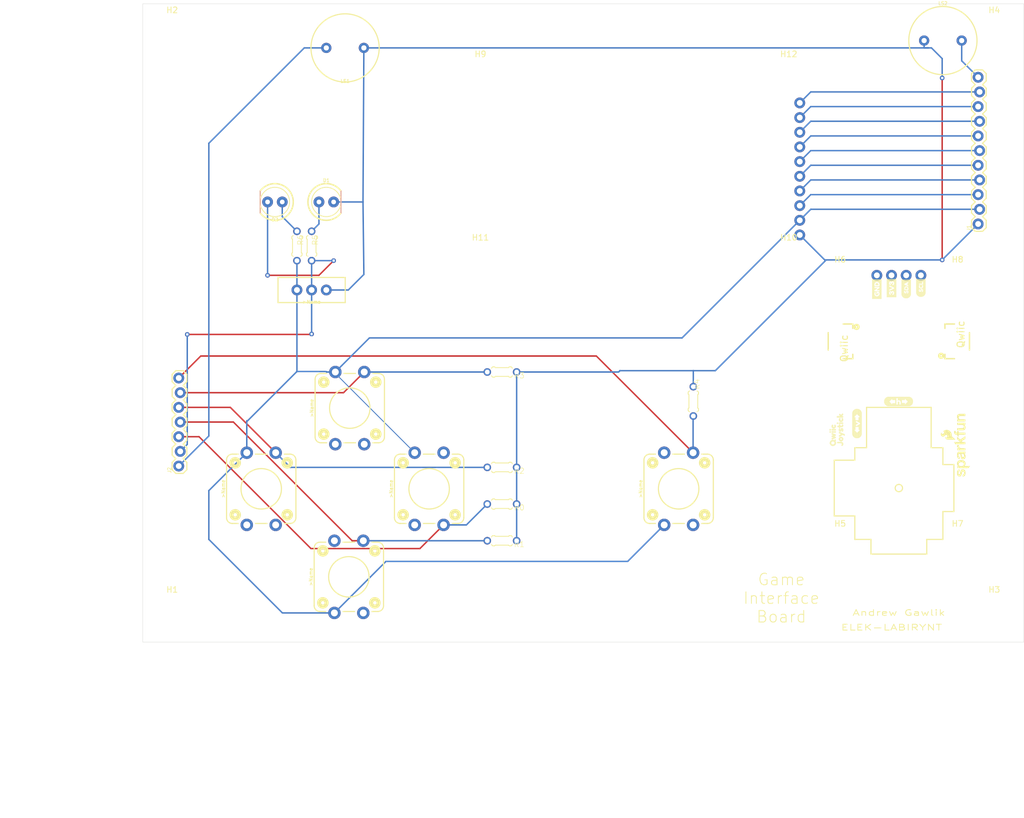
<source format=kicad_pcb>
(kicad_pcb (version 20171130) (host pcbnew 5.1.5+dfsg1-2build2)
  (title_block (title "Game Interface Board - elek-labirynt") (date 2021-04-20) (rev 1) (company "Andrew Gawlik") (comment 1 "designed by:") (comment 2 " https://creativecommons.org/licenses/by-sa/4.0/") (comment 3 "Released under the Creative Commons Attribution Share-Alike 4.0 License"))
  (layers (0 Top signal) (31 Bottom signal) (34 B.Paste user) (35 F.Paste user) (36 B.SilkS user) (37 F.SilkS user) (38 B.Mask user) (39 F.Mask user) (44 Edge.Cuts user))
  (net 0 "")
  (net 1 GND)
  (net 2 3.3V)
  (net 3 /BUTTON2)
  (net 4 /BUTTON0)
  (net 5 /BUTTON1)
  (net 6 /BUTTON3)
  (net 7 /BUTTON4)
  (net 8 "Net-(S4-Pad3)")
  (net 9 "Net-(S4-Pad2)")
  (net 10 "Net-(S0-Pad1)")
  (net 11 "Net-(S0-Pad4)")
  (net 12 "Net-(S1-Pad3)")
  (net 13 "Net-(S1-Pad2)")
  (net 14 "Net-(S2-Pad2)")
  (net 15 "Net-(S2-Pad4)")
  (net 16 "Net-(S3-Pad2)")
  (net 17 "Net-(S3-Pad4)")
  (net 18 /AWAKE)
  (net 19 "Net-(D1-PadA)")
  (net 20 "Net-(D2-PadA)")
  (net 21 /LSPK)
  (net 22 /RSPK)
  (net 23 /SDCS)
  (net 24 /LCDCS)
  (net 25 /DC)
  (net 26 /TE)
  (net 27 /CIPO)
  (net 28 /COPI)
  (net 29 /SCLK)
  (net 30 /PWM)
  (net 31 "Net-(A3-Pad4@J2)")
  (net 32 "Net-(A3-Pad3@J2)")
  (net 33 "Net-(A3-Pad2@J2)")
  (net 34 "Net-(A3-Pad1@J2)")
  (module MountingHole:MountingHole_3mm (layer Top) (at 184.15 48.26)
    (fp_text reference H12 (at 0 -4) (layer F.SilkS))
    (fp_text value MountingHole)
    (pad 1 np_thru_hole circle (at 0 0) (size 3 3) (drill 3) (layers *.Cu *.Mask))
  )
  (module MountingHole:MountingHole_3mm (layer Top) (at 130.81 80.01)
    (fp_text reference H11 (at 0 -4) (layer F.SilkS))
    (fp_text value MountingHole)
    (pad 1 np_thru_hole circle (at 0 0) (size 3 3) (drill 3) (layers *.Cu *.Mask))
  )
  (module MountingHole:MountingHole_3mm (layer Top) (at 184.15 80.01)
    (fp_text reference H10 (at 0 -4) (layer F.SilkS))
    (fp_text value MountingHole)
    (pad 1 np_thru_hole circle (at 0 0) (size 3 3) (drill 3) (layers *.Cu *.Mask))
  )
  (module MountingHole:MountingHole_3mm (layer Top) (at 130.81 48.26)
    (fp_text reference H9 (at 0 -4) (layer F.SilkS))
    (fp_text value MountingHole)
    (pad 1 np_thru_hole circle (at 0 0) (size 3 3) (drill 3) (layers *.Cu *.Mask))
  )
  (module MountingHole:MountingHole_3mm (layer Top) (at 213.36 83.82)
    (fp_text reference H8 (at 0 -4) (layer F.SilkS))
    (fp_text value MountingHole)
    (pad 1 np_thru_hole circle (at 0 0) (size 3 3) (drill 3) (layers *.Cu *.Mask))
  )
  (module MountingHole:MountingHole_3mm (layer Top) (at 213.36 129.54)
    (fp_text reference H7 (at 0 -4) (layer F.SilkS))
    (fp_text value MountingHole)
    (pad 1 np_thru_hole circle (at 0 0) (size 3 3) (drill 3) (layers *.Cu *.Mask))
  )
  (module MountingHole:MountingHole_3mm (layer Top) (at 193.04 83.82)
    (fp_text reference H6 (at 0 -4) (layer F.SilkS))
    (fp_text value MountingHole)
    (pad 1 np_thru_hole circle (at 0 0) (size 3 3) (drill 3) (layers *.Cu *.Mask))
  )
  (module MountingHole:MountingHole_3mm (layer Top) (at 193.04 129.54)
    (fp_text reference H5 (at 0 -4) (layer F.SilkS))
    (fp_text value MountingHole)
    (pad 1 np_thru_hole circle (at 0 0) (size 3 3) (drill 3) (layers *.Cu *.Mask))
  )
  (module MountingHole:MountingHole_3mm (layer Top) (at 219.71 40.64)
    (fp_text reference H4 (at 0 -4) (layer F.SilkS))
    (fp_text value MountingHole)
    (pad 1 np_thru_hole circle (at 0 0) (size 3 3) (drill 3) (layers *.Cu *.Mask))
  )
  (module MountingHole:MountingHole_3mm (layer Top) (at 219.71 140.97)
    (fp_text reference H3 (at 0 -4) (layer F.SilkS))
    (fp_text value MountingHole)
    (pad 1 np_thru_hole circle (at 0 0) (size 3 3) (drill 3) (layers *.Cu *.Mask))
  )
  (module MountingHole:MountingHole_3mm (layer Top) (at 77.47 40.64)
    (fp_text reference H2 (at 0 -4) (layer F.SilkS))
    (fp_text value MountingHole)
    (pad 1 np_thru_hole circle (at 0 0) (size 3 3) (drill 3) (layers *.Cu *.Mask))
  )
  (module MountingHole:MountingHole_3mm (layer Top) (at 77.47 140.97)
    (fp_text reference H1 (at 0 -4) (layer F.SilkS))
    (fp_text value MountingHole)
    (pad 1 np_thru_hole circle (at 0 0) (size 3 3) (drill 3) (layers *.Cu *.Mask))
  )
  (module InterfaceBoard:CREATIVE_COMMONS (layer Top) (at 57.86 38.35)
    (fp_text reference FRAME3 hide)
    (fp_text value FRAME-LETTER hide)
  )
  (module InterfaceBoard:CREATIVE_COMMONS (layer Top) (at 56.36 38.35)
    (fp_text reference FRAME2 hide)
    (fp_text value FRAME-LETTER hide)
  )
  (module InterfaceBoard:CREATIVE_COMMONS (layer Top) (at 54.86 38.35)
    (fp_text reference FRAME1 hide)
    (fp_text value FRAME-LETTER hide)
  )
  (module InterfaceBoard:0204_5 (layer Top) (at 134.5311 115.7986 180)
    (fp_text reference R2 (at -2.0066 -1.1684) (layer F.SilkS) (effects (font (size 0.94107 0.94107) (thickness 0.094107)) (justify left bottom)))
    (fp_text value 10k)
    (pad 2 thru_hole circle (at 2.54 0 180) (size 1.3208 1.3208) (drill 0.8128) (layers *.Cu *.Mask) (net 3 /BUTTON2))
    (pad 1 thru_hole circle (at -2.54 0 180) (size 1.3208 1.3208) (drill 0.8128) (layers *.Cu *.Mask) (net 1 GND))
  )
  (module InterfaceBoard:0204_5 (layer Top) (at 134.5311 122.1486 180)
    (fp_text reference R0 (at -2.0066 -1.1684) (layer F.SilkS) (effects (font (size 0.94107 0.94107) (thickness 0.094107)) (justify left bottom)))
    (fp_text value 10k)
    (pad 2 thru_hole circle (at 2.54 0 180) (size 1.3208 1.3208) (drill 0.8128) (layers *.Cu *.Mask) (net 4 /BUTTON0))
    (pad 1 thru_hole circle (at -2.54 0 180) (size 1.3208 1.3208) (drill 0.8128) (layers *.Cu *.Mask) (net 1 GND))
  )
  (module InterfaceBoard:0204_5 (layer Top) (at 134.5311 128.4986 180)
    (fp_text reference R1 (at -2.0066 -1.1684) (layer F.SilkS) (effects (font (size 0.94107 0.94107) (thickness 0.094107)) (justify left bottom)))
    (fp_text value 10k)
    (pad 2 thru_hole circle (at 2.54 0 180) (size 1.3208 1.3208) (drill 0.8128) (layers *.Cu *.Mask) (net 5 /BUTTON1))
    (pad 1 thru_hole circle (at -2.54 0 180) (size 1.3208 1.3208) (drill 0.8128) (layers *.Cu *.Mask) (net 1 GND))
  )
  (module InterfaceBoard:0204_5 (layer Top) (at 134.5311 99.2886 180)
    (fp_text reference R3 (at -2.0066 -1.1684) (layer F.SilkS) (effects (font (size 0.94107 0.94107) (thickness 0.094107)) (justify left bottom)))
    (fp_text value 10k)
    (pad 2 thru_hole circle (at 2.54 0 180) (size 1.3208 1.3208) (drill 0.8128) (layers *.Cu *.Mask) (net 6 /BUTTON3))
    (pad 1 thru_hole circle (at -2.54 0 180) (size 1.3208 1.3208) (drill 0.8128) (layers *.Cu *.Mask) (net 1 GND))
  )
  (module InterfaceBoard:0204_5 (layer Top) (at 167.64 104.3686 270)
    (fp_text reference R4 (at -2.0066 -1.1684 90) (layer F.SilkS) (effects (font (size 0.94107 0.94107) (thickness 0.094107)) (justify left bottom)))
    (fp_text value 10k)
    (pad 2 thru_hole circle (at 2.54 0 270) (size 1.3208 1.3208) (drill 0.8128) (layers *.Cu *.Mask) (net 7 /BUTTON4))
    (pad 1 thru_hole circle (at -2.54 0 270) (size 1.3208 1.3208) (drill 0.8128) (layers *.Cu *.Mask) (net 1 GND))
  )
  (module InterfaceBoard:TACTILE_SWITCH_PTH_12MM (layer Top) (at 165.1 119.5086 90)
    (fp_text reference S4 hide)
    (fp_text value MOMENTARY-SWITCH-SPST-PTH-12MM hide)
    (fp_text user >Name (at 0 -6.223 90) (layer F.SilkS) (effects (font (size 0.57912 0.57912) (thickness 0.12192)) (justify bottom)))
    (pad 3 thru_hole circle (at 6.25 -2.5 90) (size 2.159 2.159) (drill 1.2) (layers *.Cu *.Mask) (net 8 "Net-(S4-Pad3)"))
    (pad 1 thru_hole circle (at 6.25 2.5 90) (size 2.159 2.159) (drill 1.2) (layers *.Cu *.Mask) (net 7 /BUTTON4))
    (pad 2 thru_hole circle (at -6.25 2.5 90) (size 2.159 2.159) (drill 1.2) (layers *.Cu *.Mask) (net 9 "Net-(S4-Pad2)"))
    (pad 4 thru_hole circle (at -6.25 -2.5 90) (size 2.159 2.159) (drill 1.2) (layers *.Cu *.Mask) (net 2 3.3V))
  )
  (module InterfaceBoard:TACTILE_SWITCH_PTH_12MM (layer Top) (at 121.9321 119.5086 90)
    (fp_text reference S0 hide)
    (fp_text value MOMENTARY-SWITCH-SPST-PTH-12MM hide)
    (fp_text user >Name (at 0 -6.223 90) (layer F.SilkS) (effects (font (size 0.57912 0.57912) (thickness 0.12192)) (justify bottom)))
    (pad 3 thru_hole circle (at 6.25 -2.5 90) (size 2.159 2.159) (drill 1.2) (layers *.Cu *.Mask) (net 2 3.3V))
    (pad 1 thru_hole circle (at 6.25 2.5 90) (size 2.159 2.159) (drill 1.2) (layers *.Cu *.Mask) (net 10 "Net-(S0-Pad1)"))
    (pad 2 thru_hole circle (at -6.25 2.5 90) (size 2.159 2.159) (drill 1.2) (layers *.Cu *.Mask) (net 4 /BUTTON0))
    (pad 4 thru_hole circle (at -6.25 -2.5 90) (size 2.159 2.159) (drill 1.2) (layers *.Cu *.Mask) (net 11 "Net-(S0-Pad4)"))
  )
  (module InterfaceBoard:TACTILE_SWITCH_PTH_12MM (layer Top) (at 108.0421 134.7486 90)
    (fp_text reference S1 hide)
    (fp_text value MOMENTARY-SWITCH-SPST-PTH-12MM hide)
    (fp_text user >Name (at 0 -6.223 90) (layer F.SilkS) (effects (font (size 0.57912 0.57912) (thickness 0.12192)) (justify bottom)))
    (pad 3 thru_hole circle (at 6.25 -2.5 90) (size 2.159 2.159) (drill 1.2) (layers *.Cu *.Mask) (net 12 "Net-(S1-Pad3)"))
    (pad 1 thru_hole circle (at 6.25 2.5 90) (size 2.159 2.159) (drill 1.2) (layers *.Cu *.Mask) (net 5 /BUTTON1))
    (pad 2 thru_hole circle (at -6.25 2.5 90) (size 2.159 2.159) (drill 1.2) (layers *.Cu *.Mask) (net 13 "Net-(S1-Pad2)"))
    (pad 4 thru_hole circle (at -6.25 -2.5 90) (size 2.159 2.159) (drill 1.2) (layers *.Cu *.Mask) (net 2 3.3V))
  )
  (module InterfaceBoard:TACTILE_SWITCH_PTH_12MM (layer Top) (at 92.8821 119.5086 90)
    (fp_text reference S2 hide)
    (fp_text value MOMENTARY-SWITCH-SPST-PTH-12MM hide)
    (fp_text user >Name (at 0 -6.223 90) (layer F.SilkS) (effects (font (size 0.57912 0.57912) (thickness 0.12192)) (justify bottom)))
    (pad 3 thru_hole circle (at 6.25 -2.5 90) (size 2.159 2.159) (drill 1.2) (layers *.Cu *.Mask) (net 2 3.3V))
    (pad 1 thru_hole circle (at 6.25 2.5 90) (size 2.159 2.159) (drill 1.2) (layers *.Cu *.Mask) (net 3 /BUTTON2))
    (pad 2 thru_hole circle (at -6.25 2.5 90) (size 2.159 2.159) (drill 1.2) (layers *.Cu *.Mask) (net 14 "Net-(S2-Pad2)"))
    (pad 4 thru_hole circle (at -6.25 -2.5 90) (size 2.159 2.159) (drill 1.2) (layers *.Cu *.Mask) (net 15 "Net-(S2-Pad4)"))
  )
  (module InterfaceBoard:TACTILE_SWITCH_PTH_12MM (layer Top) (at 108.2021 105.5386 90)
    (fp_text reference S3 hide)
    (fp_text value MOMENTARY-SWITCH-SPST-PTH-12MM hide)
    (fp_text user >Name (at 0 -6.223 90) (layer F.SilkS) (effects (font (size 0.57912 0.57912) (thickness 0.12192)) (justify bottom)))
    (pad 3 thru_hole circle (at 6.25 -2.5 90) (size 2.159 2.159) (drill 1.2) (layers *.Cu *.Mask) (net 2 3.3V))
    (pad 1 thru_hole circle (at 6.25 2.5 90) (size 2.159 2.159) (drill 1.2) (layers *.Cu *.Mask) (net 6 /BUTTON3))
    (pad 2 thru_hole circle (at -6.25 2.5 90) (size 2.159 2.159) (drill 1.2) (layers *.Cu *.Mask) (net 16 "Net-(S3-Pad2)"))
    (pad 4 thru_hole circle (at -6.25 -2.5 90) (size 2.159 2.159) (drill 1.2) (layers *.Cu *.Mask) (net 17 "Net-(S3-Pad4)"))
  )
  (module InterfaceBoard:CREATIVE_COMMONS (layer Top) (at 202.517347 175.4886)
    (fp_text reference FRAME1 hide)
    (fp_text value FRAME-LETTER hide)
  )
  (module InterfaceBoard:SWITCH_SPDT_PTH_11.6X4.0MM (layer Top) (at 101.6 85.09 90)
    (fp_text reference S5 hide)
    (fp_text value STANDBY hide)
    (fp_text user >Name (at -2.413 0) (layer F.SilkS) (effects (font (size 0.57912 0.57912) (thickness 0.12192)) (justify bottom)))
    (pad 3 thru_hole circle (at 0 2.54 90) (size 1.8796 1.8796) (drill 1.016) (layers *.Cu *.Mask) (net 1 GND))
    (pad 2 thru_hole circle (at 0 0 90) (size 1.8796 1.8796) (drill 1.016) (layers *.Cu *.Mask) (net 18 /AWAKE))
    (pad 1 thru_hole circle (at 0 -2.54 90) (size 1.8796 1.8796) (drill 1.016) (layers *.Cu *.Mask) (net 2 3.3V))
  )
  (module InterfaceBoard:LED_5MM-KIT (layer Top) (at 104.14 69.85)
    (fp_text reference D1 (at 0 -3.3909) (layer F.SilkS) (effects (font (size 0.57912 0.57912) (thickness 0.115824)) (justify bottom)))
    (fp_text value Green)
    (pad K thru_hole circle (at 1.27 0) (size 1.8796 1.8796) (drill 0.8128) (layers *.Cu *.Mask) (net 1 GND))
    (pad A thru_hole circle (at -1.27 0) (size 1.8796 1.8796) (drill 0.8128) (layers *.Cu *.Mask) (net 19 "Net-(D1-PadA)"))
  )
  (module InterfaceBoard:LED_5MM-KIT (layer Top) (at 95.25 69.85 180)
    (fp_text reference D2 (at 0 -3.3909) (layer F.SilkS) (effects (font (size 0.57912 0.57912) (thickness 0.115824)) (justify bottom)))
    (fp_text value Red)
    (pad K thru_hole circle (at 1.27 0 180) (size 1.8796 1.8796) (drill 0.8128) (layers *.Cu *.Mask) (net 18 /AWAKE))
    (pad A thru_hole circle (at -1.27 0 180) (size 1.8796 1.8796) (drill 0.8128) (layers *.Cu *.Mask) (net 20 "Net-(D2-PadA)"))
  )
  (module InterfaceBoard:0204_5 (layer Top) (at 101.6 77.47 270)
    (fp_text reference R5 (at -2.0066 -1.1684 90) (layer F.SilkS) (effects (font (size 0.94107 0.94107) (thickness 0.094107)) (justify right bottom)))
    (fp_text value 470)
    (pad 2 thru_hole circle (at 2.54 0 270) (size 1.3208 1.3208) (drill 0.8128) (layers *.Cu *.Mask) (net 18 /AWAKE))
    (pad 1 thru_hole circle (at -2.54 0 270) (size 1.3208 1.3208) (drill 0.8128) (layers *.Cu *.Mask) (net 19 "Net-(D1-PadA)"))
  )
  (module InterfaceBoard:0204_5 (layer Top) (at 99.06 77.47 270)
    (fp_text reference R6 (at -2.0066 -1.1684 90) (layer F.SilkS) (effects (font (size 0.94107 0.94107) (thickness 0.094107)) (justify right bottom)))
    (fp_text value 470)
    (pad 2 thru_hole circle (at 2.54 0 270) (size 1.3208 1.3208) (drill 0.8128) (layers *.Cu *.Mask) (net 2 3.3V))
    (pad 1 thru_hole circle (at -2.54 0 270) (size 1.3208 1.3208) (drill 0.8128) (layers *.Cu *.Mask) (net 20 "Net-(D2-PadA)"))
  )
  (module InterfaceBoard:BUZZER-12MM (layer Top) (at 107.39 43.18 180)
    (fp_text reference LS1 (at 0 -6.096) (layer F.SilkS) (effects (font (size 0.57912 0.57912) (thickness 0.115824)) (justify bottom)))
    (fp_text value BUZZER-PTH)
    (pad + thru_hole circle (at 3.25 0 180) (size 1.778 1.778) (drill 0.9) (layers *.Cu *.Mask) (net 21 /LSPK))
    (pad - thru_hole circle (at -3.25 0 180) (size 1.778 1.778) (drill 0.9) (layers *.Cu *.Mask) (net 1 GND))
  )
  (module InterfaceBoard:BUZZER-12MM (layer Top) (at 210.82 41.91)
    (fp_text reference LS2 (at 0 -6.096) (layer F.SilkS) (effects (font (size 0.57912 0.57912) (thickness 0.115824)) (justify bottom)))
    (fp_text value BUZZER-PTH)
    (pad + thru_hole circle (at 3.25 0) (size 1.778 1.778) (drill 0.9) (layers *.Cu *.Mask) (net 22 /RSPK))
    (pad - thru_hole circle (at -3.25 0) (size 1.778 1.778) (drill 0.9) (layers *.Cu *.Mask) (net 1 GND))
  )
  (module InterfaceBoard:LCD-15143 (layer Top) (at 187.325 83.185 90)
    (fp_text reference A2 hide)
    (fp_text value TFT hide)
    (pad "" np_thru_hole circle (at 35.345 -7.19 90) (size 1.27 1.27) (drill 1.27) (layers *.Cu *.Mask))
    (pad "" np_thru_hole circle (at 2.945 -7.19 90) (size 1.27 1.27) (drill 1.27) (layers *.Cu *.Mask))
    (pad "" np_thru_hole circle (at 2.945 -52.49 90) (size 1.27 1.27) (drill 1.27) (layers *.Cu *.Mask))
    (pad 10@J2 thru_hole circle (at 30.48 -1.27 180) (size 1.8796 1.8796) (drill 1.016) (layers *.Cu *.Mask) (net 23 /SDCS))
    (pad 9@J2 thru_hole circle (at 27.94 -1.27 180) (size 1.8796 1.8796) (drill 1.016) (layers *.Cu *.Mask) (net 24 /LCDCS))
    (pad 8@J2 thru_hole circle (at 25.4 -1.27 180) (size 1.8796 1.8796) (drill 1.016) (layers *.Cu *.Mask) (net 25 /DC))
    (pad 7@J2 thru_hole circle (at 22.86 -1.27 180) (size 1.8796 1.8796) (drill 1.016) (layers *.Cu *.Mask) (net 26 /TE))
    (pad 6@J2 thru_hole circle (at 20.32 -1.27 180) (size 1.8796 1.8796) (drill 1.016) (layers *.Cu *.Mask) (net 27 /CIPO))
    (pad 5@J2 thru_hole circle (at 17.78 -1.27 180) (size 1.8796 1.8796) (drill 1.016) (layers *.Cu *.Mask) (net 28 /COPI))
    (pad 4@J2 thru_hole circle (at 15.24 -1.27 180) (size 1.8796 1.8796) (drill 1.016) (layers *.Cu *.Mask) (net 29 /SCLK))
    (pad 3@J2 thru_hole circle (at 12.7 -1.27 180) (size 1.8796 1.8796) (drill 1.016) (layers *.Cu *.Mask) (net 30 /PWM))
    (pad 2@J2 thru_hole circle (at 10.16 -1.27 180) (size 1.8796 1.8796) (drill 1.016) (layers *.Cu *.Mask) (net 2 3.3V))
    (pad 1@J2 thru_hole circle (at 7.62 -1.27 180) (size 1.8796 1.8796) (drill 1.016) (layers *.Cu *.Mask) (net 1 GND))
    (pad "" np_thru_hole circle (at 34.925 -56.515 90) (size 3.302 3.302) (drill 3.302) (layers *.Cu *.Mask))
    (pad "" np_thru_hole circle (at 34.925 -3.175 90) (size 3.302 3.302) (drill 3.302) (layers *.Cu *.Mask))
    (pad "" np_thru_hole circle (at 3.175 -56.515 90) (size 3.302 3.302) (drill 3.302) (layers *.Cu *.Mask))
    (pad "" np_thru_hole circle (at 3.175 -3.175 90) (size 3.302 3.302) (drill 3.302) (layers *.Cu *.Mask))
  )
  (module InterfaceBoard:COM-15168 (layer Top) (at 190.5 132.08)
    (fp_text reference A3 hide)
    (fp_text value COM-15168 hide)
    (fp_text user Qwiic (at 2.54 -39.37 90) (layer F.SilkS) (effects (font (size 1.2065 1.2065) (thickness 0.1905)) (justify right top)))
    (fp_text user Qwiic (at 24.13 -36.83 90) (layer F.SilkS) (effects (font (size 1.2065 1.2065) (thickness 0.1905)) (justify left bottom)))
    (pad 4@J2 thru_hole circle (at 8.89 -49.53 270) (size 1.8796 1.8796) (drill 1.016) (layers *.Cu *.Mask) (net 31 "Net-(A3-Pad4@J2)"))
    (pad 3@J2 thru_hole circle (at 11.43 -49.53 270) (size 1.8796 1.8796) (drill 1.016) (layers *.Cu *.Mask) (net 32 "Net-(A3-Pad3@J2)"))
    (pad 2@J2 thru_hole circle (at 13.97 -49.53 270) (size 1.8796 1.8796) (drill 1.016) (layers *.Cu *.Mask) (net 33 "Net-(A3-Pad2@J2)"))
    (pad 1@J2 thru_hole circle (at 16.51 -49.53 270) (size 1.8796 1.8796) (drill 1.016) (layers *.Cu *.Mask) (net 34 "Net-(A3-Pad1@J2)"))
    (pad "" np_thru_hole circle (at 22.86 -2.54) (size 3.302 3.302) (drill 3.302) (layers *.Cu *.Mask))
    (pad "" np_thru_hole circle (at 2.54 -2.54) (size 3.302 3.302) (drill 3.302) (layers *.Cu *.Mask))
    (pad "" np_thru_hole circle (at 2.54 -48.26) (size 3.302 3.302) (drill 3.302) (layers *.Cu *.Mask))
    (pad "" np_thru_hole circle (at 22.86 -48.26) (size 3.302 3.302) (drill 3.302) (layers *.Cu *.Mask))
  )
  (module InterfaceBoard:1X11_LOCK (layer Top) (at 217.043 73.66 90)
    (fp_text reference J1 (at -1.27 -1.397 90) (layer F.SilkS) (effects (font (size 0.57912 0.57912) (thickness 0.115824)) (justify left bottom)))
    (fp_text value CONN_11LOCK)
    (pad 11 thru_hole circle (at 25.4 -0.127 180) (size 1.8796 1.8796) (drill 1.016) (layers *.Cu *.Mask) (net 22 /RSPK))
    (pad 10 thru_hole circle (at 22.86 0.127 180) (size 1.8796 1.8796) (drill 1.016) (layers *.Cu *.Mask) (net 23 /SDCS))
    (pad 9 thru_hole circle (at 20.32 -0.127 180) (size 1.8796 1.8796) (drill 1.016) (layers *.Cu *.Mask) (net 24 /LCDCS))
    (pad 8 thru_hole circle (at 17.78 0.127 180) (size 1.8796 1.8796) (drill 1.016) (layers *.Cu *.Mask) (net 25 /DC))
    (pad 7 thru_hole circle (at 15.24 -0.127 180) (size 1.8796 1.8796) (drill 1.016) (layers *.Cu *.Mask) (net 26 /TE))
    (pad 6 thru_hole circle (at 12.7 0.127 180) (size 1.8796 1.8796) (drill 1.016) (layers *.Cu *.Mask) (net 27 /CIPO))
    (pad 5 thru_hole circle (at 10.16 -0.127 180) (size 1.8796 1.8796) (drill 1.016) (layers *.Cu *.Mask) (net 28 /COPI))
    (pad 4 thru_hole circle (at 7.62 0.127 180) (size 1.8796 1.8796) (drill 1.016) (layers *.Cu *.Mask) (net 29 /SCLK))
    (pad 3 thru_hole circle (at 5.08 -0.127 180) (size 1.8796 1.8796) (drill 1.016) (layers *.Cu *.Mask) (net 30 /PWM))
    (pad 2 thru_hole circle (at 2.54 0.127 180) (size 1.8796 1.8796) (drill 1.016) (layers *.Cu *.Mask) (net 2 3.3V))
    (pad 1 thru_hole circle (at 0 -0.127 180) (size 1.8796 1.8796) (drill 1.016) (layers *.Cu *.Mask) (net 1 GND))
  )
  (module InterfaceBoard:1X07_LOCK (layer Top) (at 78.74 115.57 90)
    (fp_text reference J2 (at -1.27 -1.397 90) (layer F.SilkS) (effects (font (size 0.57912 0.57912) (thickness 0.115824)) (justify left bottom)))
    (fp_text value CONN_07LOCK)
    (pad 7 thru_hole circle (at 15.24 -0.127 180) (size 1.8796 1.8796) (drill 1.016) (layers *.Cu *.Mask) (net 7 /BUTTON4))
    (pad 6 thru_hole circle (at 12.7 0.127 180) (size 1.8796 1.8796) (drill 1.016) (layers *.Cu *.Mask) (net 6 /BUTTON3))
    (pad 5 thru_hole circle (at 10.16 -0.127 180) (size 1.8796 1.8796) (drill 1.016) (layers *.Cu *.Mask) (net 3 /BUTTON2))
    (pad 4 thru_hole circle (at 7.62 0.127 180) (size 1.8796 1.8796) (drill 1.016) (layers *.Cu *.Mask) (net 5 /BUTTON1))
    (pad 3 thru_hole circle (at 5.08 -0.127 180) (size 1.8796 1.8796) (drill 1.016) (layers *.Cu *.Mask) (net 4 /BUTTON0))
    (pad 2 thru_hole circle (at 2.54 0.127 180) (size 1.8796 1.8796) (drill 1.016) (layers *.Cu *.Mask) (net 18 /AWAKE))
    (pad 1 thru_hole circle (at 0 -0.127 180) (size 1.8796 1.8796) (drill 1.016) (layers *.Cu *.Mask) (net 21 /LSPK))
  )
  (gr_text ELEK-LABIRYNT (at 201.93 143.51) (layer F.SilkS) (effects (font (size 1 1.5))))
  (gr_text "Andrew Gawlik" (at 203.2 140.97) (layer F.SilkS) (effects (font (size 1 1.5))))
  (gr_text "Game\nInterface\nBoard" (at 182.88 138.43) (layer F.SilkS) (effects (font (size 2 2))))
  (gr_line (start 224.79 35.56) (end 72.39 35.56) (layer Edge.Cuts) (width 0.05))
  (gr_line (start 224.79 146.05) (end 224.79 35.56) (layer Edge.Cuts) (width 0.05))
  (gr_line (start 72.39 146.05) (end 224.79 146.05) (layer Edge.Cuts) (width 0.05))
  (gr_line (start 72.39 35.56) (end 72.39 146.05) (layer Edge.Cuts) (width 0.05))
  (segment (start 104.14 85.09) (end 107.95 85.09) (width 0.25) (layer Bottom) (net 1))
  (segment (start 107.95 85.09) (end 110.64 82.4) (width 0.25) (layer Bottom) (net 1))
  (segment (start 137.0711 99.2886) (end 154.7114 99.2886) (width 0.25) (layer Bottom) (net 1))
  (segment (start 154.7114 99.2886) (end 154.94 99.06) (width 0.25) (layer Bottom) (net 1))
  (segment (start 154.8511 99.1489) (end 154.94 99.06) (width 0.25) (layer Bottom) (net 1))
  (segment (start 137.0711 99.2886) (end 137.0711 115.7986) (width 0.25) (layer Bottom) (net 1))
  (segment (start 137.0711 115.7986) (end 137.0711 122.1486) (width 0.25) (layer Bottom) (net 1))
  (segment (start 137.0711 122.1486) (end 137.0711 128.4986) (width 0.25) (layer Bottom) (net 1))
  (segment (start 216.916 73.66) (end 210.693 79.883) (width 0.25) (layer Bottom) (net 1))
  (segment (start 210.693 79.883) (end 210.566 80.01) (width 0.25) (layer Bottom) (net 1))
  (via (at 210.693 79.883) (size 0.8) (drill 0.4) (layers Top Bottom) (net 1))
  (segment (start 210.693 79.883) (end 210.693 48.387) (width 0.25) (layer Top) (net 1))
  (segment (start 210.693 48.387) (end 210.693 48.387) (width 0.25) (layer Top) (net 1))
  (via (at 210.693 48.387) (size 0.8) (drill 0.4) (layers Top Bottom) (net 1))
  (segment (start 210.693 45.033) (end 208.84 43.18) (width 0.25) (layer Bottom) (net 1))
  (segment (start 210.693 48.387) (end 210.693 45.033) (width 0.25) (layer Bottom) (net 1))
  (segment (start 105.41 69.85) (end 110.49 69.85) (width 0.25) (layer Bottom) (net 1))
  (segment (start 110.49 69.85) (end 110.64 43.18) (width 0.25) (layer Bottom) (net 1))
  (segment (start 110.64 82.4) (end 110.49 69.85) (width 0.25) (layer Bottom) (net 1))
  (segment (start 154.94 99.06) (end 167.64 99.06) (width 0.25) (layer Bottom) (net 1))
  (segment (start 167.64 101.8286) (end 167.64 99.06) (width 0.25) (layer Bottom) (net 1))
  (segment (start 207.582765 43.18) (end 208.28 43.18) (width 0.25) (layer Bottom) (net 1))
  (segment (start 207.57 43.167235) (end 207.582765 43.18) (width 0.25) (layer Bottom) (net 1))
  (segment (start 207.57 41.91) (end 207.57 43.167235) (width 0.25) (layer Bottom) (net 1))
  (segment (start 208.28 43.18) (end 208.84 43.18) (width 0.25) (layer Bottom) (net 1))
  (segment (start 110.64 43.18) (end 208.28 43.18) (width 0.25) (layer Bottom) (net 1))
  (segment (start 190.373 79.883) (end 210.693 79.883) (width 0.25) (layer Bottom) (net 1))
  (segment (start 186.055 75.565) (end 190.373 79.883) (width 0.25) (layer Bottom) (net 1))
  (segment (start 167.64 99.06) (end 171.45 99.06) (width 0.25) (layer Bottom) (net 1))
  (segment (start 171.45 99.06) (end 190.5 80.01) (width 0.25) (layer Bottom) (net 1))
  (segment (start 190.5 80.01) (end 190.373 79.883) (width 0.25) (layer Bottom) (net 1))
  (segment (start 105.7021 99.2886) (end 105.4621 99.2886) (width 0.1524) (layer Bottom) (net 2))
  (segment (start 90.3821 113.2586) (end 90.0811 112.9576) (width 0.1524) (layer Bottom) (net 2))
  (segment (start 119.4321 113.2586) (end 105.4621 99.2886) (width 0.1524) (layer Bottom) (net 2))
  (segment (start 99.06 85.09) (end 99.06 80.01) (width 0.25) (layer Bottom) (net 2))
  (segment (start 99.06 99.1997) (end 99.06 85.09) (width 0.25) (layer Bottom) (net 2))
  (segment (start 98.9711 99.2886) (end 99.06 99.1997) (width 0.25) (layer Bottom) (net 2))
  (segment (start 105.5421 140.9986) (end 96.5486 140.9986) (width 0.25) (layer Bottom) (net 2))
  (segment (start 96.5486 140.9986) (end 83.82 128.27) (width 0.25) (layer Bottom) (net 2))
  (segment (start 83.82 119.8207) (end 90.3821 113.2586) (width 0.25) (layer Bottom) (net 2))
  (segment (start 83.82 128.27) (end 83.82 119.8207) (width 0.25) (layer Bottom) (net 2))
  (segment (start 90.3821 113.2586) (end 90.3821 107.7379) (width 0.25) (layer Bottom) (net 2))
  (segment (start 90.5218 107.7379) (end 99.06 99.1997) (width 0.25) (layer Bottom) (net 2))
  (segment (start 90.3821 107.7379) (end 90.5218 107.7379) (width 0.25) (layer Bottom) (net 2))
  (segment (start 104.086557 99.1997) (end 99.06 99.1997) (width 0.25) (layer Bottom) (net 2))
  (segment (start 104.175457 99.2886) (end 104.086557 99.1997) (width 0.25) (layer Bottom) (net 2))
  (segment (start 105.7021 99.2886) (end 104.175457 99.2886) (width 0.25) (layer Bottom) (net 2))
  (segment (start 156.2786 132.08) (end 162.6 125.7586) (width 0.25) (layer Bottom) (net 2))
  (segment (start 114.4607 132.08) (end 156.2786 132.08) (width 0.25) (layer Bottom) (net 2))
  (segment (start 105.5421 140.9986) (end 114.4607 132.08) (width 0.25) (layer Bottom) (net 2))
  (segment (start 187.96 71.12) (end 217.17 71.12) (width 0.25) (layer Bottom) (net 2))
  (segment (start 186.055 73.025) (end 187.96 71.12) (width 0.25) (layer Bottom) (net 2))
  (segment (start 106.781599 98.209101) (end 105.7021 99.2886) (width 0.25) (layer Bottom) (net 2))
  (segment (start 111.603299 93.387401) (end 106.781599 98.209101) (width 0.25) (layer Bottom) (net 2))
  (segment (start 165.692599 93.387401) (end 111.603299 93.387401) (width 0.25) (layer Bottom) (net 2))
  (segment (start 186.055 73.025) (end 165.692599 93.387401) (width 0.25) (layer Bottom) (net 2))
  (segment (start 87.5335 105.41) (end 78.613 105.41) (width 0.25) (layer Top) (net 3))
  (segment (start 95.3821 113.2586) (end 87.5335 105.41) (width 0.25) (layer Top) (net 3))
  (segment (start 131.057154 115.7986) (end 131.9911 115.7986) (width 0.25) (layer Bottom) (net 3))
  (segment (start 97.9221 115.7986) (end 131.057154 115.7986) (width 0.25) (layer Bottom) (net 3))
  (segment (start 95.3821 113.2586) (end 97.9221 115.7986) (width 0.25) (layer Bottom) (net 3))
  (segment (start 79.942077 110.49) (end 78.613 110.49) (width 0.25) (layer Top) (net 4))
  (segment (start 82.121714 110.49) (end 79.942077 110.49) (width 0.25) (layer Top) (net 4))
  (segment (start 101.487215 129.855501) (end 82.121714 110.49) (width 0.25) (layer Top) (net 4))
  (segment (start 120.335199 129.855501) (end 101.487215 129.855501) (width 0.25) (layer Top) (net 4))
  (segment (start 124.4321 125.7586) (end 120.335199 129.855501) (width 0.25) (layer Top) (net 4))
  (segment (start 128.3811 125.7586) (end 131.9911 122.1486) (width 0.25) (layer Bottom) (net 4))
  (segment (start 124.4321 125.7586) (end 128.3811 125.7586) (width 0.25) (layer Bottom) (net 4))
  (segment (start 88.065286 107.95) (end 80.196077 107.95) (width 0.25) (layer Top) (net 5))
  (segment (start 80.196077 107.95) (end 78.867 107.95) (width 0.25) (layer Top) (net 5))
  (segment (start 108.613886 128.4986) (end 88.065286 107.95) (width 0.25) (layer Top) (net 5))
  (segment (start 110.5421 128.4986) (end 108.613886 128.4986) (width 0.25) (layer Top) (net 5))
  (segment (start 110.5421 128.4986) (end 131.9911 128.4986) (width 0.25) (layer Bottom) (net 5))
  (segment (start 107.1207 102.87) (end 78.867 102.87) (width 0.25) (layer Top) (net 6))
  (segment (start 110.7021 99.2886) (end 107.1207 102.87) (width 0.25) (layer Top) (net 6))
  (segment (start 110.7021 99.2886) (end 131.9911 99.2886) (width 0.25) (layer Bottom) (net 6))
  (segment (start 79.552799 99.390201) (end 78.613 100.33) (width 0.25) (layer Top) (net 7))
  (segment (start 167.6 106.9486) (end 167.64 106.9086) (width 0.25) (layer Bottom) (net 7))
  (segment (start 167.6 113.2586) (end 167.6 106.9486) (width 0.25) (layer Bottom) (net 7))
  (segment (start 78.613 100.33) (end 82.423 96.52) (width 0.25) (layer Top) (net 7))
  (segment (start 150.8614 96.52) (end 167.6 113.2586) (width 0.25) (layer Top) (net 7))
  (segment (start 82.423 96.52) (end 150.8614 96.52) (width 0.25) (layer Top) (net 7))
  (segment (start 101.6 85.09) (end 101.6 80.01) (width 0.25) (layer Bottom) (net 18))
  (segment (start 80.084201 111.812799) (end 80.084201 92.784201) (width 0.25) (layer Bottom) (net 18))
  (segment (start 78.867 113.03) (end 80.084201 111.812799) (width 0.25) (layer Bottom) (net 18))
  (segment (start 80.084201 92.784201) (end 80.084201 92.784201) (width 0.25) (layer Bottom) (net 18))
  (via (at 80.084201 92.784201) (size 0.8) (drill 0.4) (layers Top Bottom) (net 18))
  (segment (start 80.084201 92.784201) (end 101.525799 92.784201) (width 0.25) (layer Top) (net 18))
  (segment (start 101.525799 92.784201) (end 101.6 92.71) (width 0.25) (layer Top) (net 18))
  (segment (start 101.6 92.71) (end 101.6 92.71) (width 0.25) (layer Top) (net 18))
  (via (at 101.6 92.71) (size 0.8) (drill 0.4) (layers Top Bottom) (net 18))
  (segment (start 101.6 92.71) (end 101.6 85.09) (width 0.25) (layer Bottom) (net 18))
  (segment (start 93.98 69.85) (end 93.98 82.55) (width 0.25) (layer Bottom) (net 18))
  (segment (start 93.98 82.55) (end 93.98 82.55) (width 0.25) (layer Bottom) (net 18))
  (via (at 93.98 82.55) (size 0.8) (drill 0.4) (layers Top Bottom) (net 18))
  (segment (start 93.98 82.55) (end 102.87 82.55) (width 0.25) (layer Top) (net 18))
  (segment (start 102.87 82.55) (end 105.41 80.01) (width 0.25) (layer Top) (net 18))
  (segment (start 105.41 80.01) (end 105.41 80.01) (width 0.25) (layer Top) (net 18))
  (via (at 105.41 80.01) (size 0.8) (drill 0.4) (layers Top Bottom) (net 18))
  (segment (start 105.41 80.01) (end 101.6 80.01) (width 0.25) (layer Bottom) (net 18))
  (segment (start 102.87 73.66) (end 101.6 74.93) (width 0.25) (layer Bottom) (net 19))
  (segment (start 102.87 69.85) (end 102.87 73.66) (width 0.25) (layer Bottom) (net 19))
  (segment (start 96.52 72.39) (end 99.06 74.93) (width 0.25) (layer Bottom) (net 20))
  (segment (start 96.52 69.85) (end 96.52 72.39) (width 0.25) (layer Bottom) (net 20))
  (segment (start 104.14 43.18) (end 100.33 43.18) (width 0.25) (layer Bottom) (net 21))
  (segment (start 100.33 43.18) (end 83.82 59.69) (width 0.25) (layer Bottom) (net 21))
  (segment (start 83.82 110.363) (end 78.613 115.57) (width 0.25) (layer Bottom) (net 21))
  (segment (start 83.82 59.69) (end 83.82 110.363) (width 0.25) (layer Bottom) (net 21))
  (segment (start 214.07 45.414) (end 216.916 48.26) (width 0.25) (layer Bottom) (net 22))
  (segment (start 214.07 41.91) (end 214.07 45.414) (width 0.25) (layer Bottom) (net 22))
  (segment (start 187.96 50.8) (end 217.17 50.8) (width 0.25) (layer Bottom) (net 23))
  (segment (start 186.055 52.705) (end 187.96 50.8) (width 0.25) (layer Bottom) (net 23))
  (segment (start 187.96 53.34) (end 216.916 53.34) (width 0.25) (layer Bottom) (net 24))
  (segment (start 186.055 55.245) (end 187.96 53.34) (width 0.25) (layer Bottom) (net 24))
  (segment (start 187.96 55.88) (end 217.17 55.88) (width 0.25) (layer Bottom) (net 25))
  (segment (start 186.055 57.785) (end 187.96 55.88) (width 0.25) (layer Bottom) (net 25))
  (segment (start 187.96 58.42) (end 216.916 58.42) (width 0.25) (layer Bottom) (net 26))
  (segment (start 186.055 60.325) (end 187.96 58.42) (width 0.25) (layer Bottom) (net 26))
  (segment (start 187.96 60.96) (end 217.17 60.96) (width 0.25) (layer Bottom) (net 27))
  (segment (start 186.055 62.865) (end 187.96 60.96) (width 0.25) (layer Bottom) (net 27))
  (segment (start 187.96 63.5) (end 216.916 63.5) (width 0.25) (layer Bottom) (net 28))
  (segment (start 186.055 65.405) (end 187.96 63.5) (width 0.25) (layer Bottom) (net 28))
  (segment (start 187.96 66.04) (end 217.17 66.04) (width 0.25) (layer Bottom) (net 29))
  (segment (start 186.055 67.945) (end 187.96 66.04) (width 0.25) (layer Bottom) (net 29))
  (segment (start 187.96 68.58) (end 216.916 68.58) (width 0.25) (layer Bottom) (net 30))
  (segment (start 186.055 70.485) (end 187.96 68.58) (width 0.25) (layer Bottom) (net 30))
)
</source>
